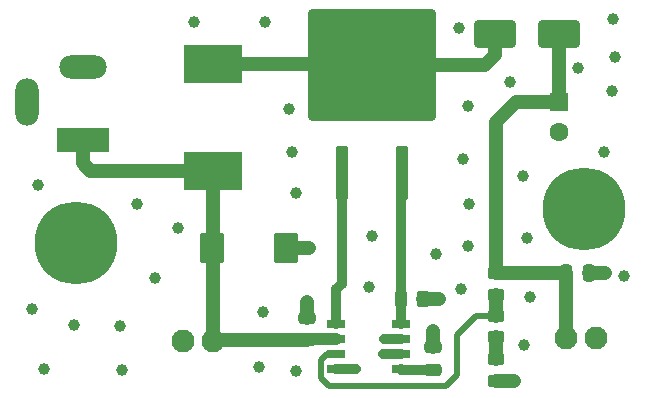
<source format=gtl>
G04 #@! TF.GenerationSoftware,KiCad,Pcbnew,7.0.5-0*
G04 #@! TF.CreationDate,2023-12-12T17:49:23-05:00*
G04 #@! TF.ProjectId,PierogiNixiePSU,50696572-6f67-4694-9e69-786965505355,rev?*
G04 #@! TF.SameCoordinates,Original*
G04 #@! TF.FileFunction,Copper,L1,Top*
G04 #@! TF.FilePolarity,Positive*
%FSLAX46Y46*%
G04 Gerber Fmt 4.6, Leading zero omitted, Abs format (unit mm)*
G04 Created by KiCad (PCBNEW 7.0.5-0) date 2023-12-12 17:49:23*
%MOMM*%
%LPD*%
G01*
G04 APERTURE LIST*
G04 Aperture macros list*
%AMRoundRect*
0 Rectangle with rounded corners*
0 $1 Rounding radius*
0 $2 $3 $4 $5 $6 $7 $8 $9 X,Y pos of 4 corners*
0 Add a 4 corners polygon primitive as box body*
4,1,4,$2,$3,$4,$5,$6,$7,$8,$9,$2,$3,0*
0 Add four circle primitives for the rounded corners*
1,1,$1+$1,$2,$3*
1,1,$1+$1,$4,$5*
1,1,$1+$1,$6,$7*
1,1,$1+$1,$8,$9*
0 Add four rect primitives between the rounded corners*
20,1,$1+$1,$2,$3,$4,$5,0*
20,1,$1+$1,$4,$5,$6,$7,0*
20,1,$1+$1,$6,$7,$8,$9,0*
20,1,$1+$1,$8,$9,$2,$3,0*%
G04 Aperture macros list end*
G04 #@! TA.AperFunction,SMDPad,CuDef*
%ADD10RoundRect,0.250000X0.262500X0.450000X-0.262500X0.450000X-0.262500X-0.450000X0.262500X-0.450000X0*%
G04 #@! TD*
G04 #@! TA.AperFunction,SMDPad,CuDef*
%ADD11RoundRect,0.250000X-0.250000X-0.475000X0.250000X-0.475000X0.250000X0.475000X-0.250000X0.475000X0*%
G04 #@! TD*
G04 #@! TA.AperFunction,ComponentPad*
%ADD12C,1.950000*%
G04 #@! TD*
G04 #@! TA.AperFunction,SMDPad,CuDef*
%ADD13RoundRect,0.250000X0.300000X-2.050000X0.300000X2.050000X-0.300000X2.050000X-0.300000X-2.050000X0*%
G04 #@! TD*
G04 #@! TA.AperFunction,SMDPad,CuDef*
%ADD14RoundRect,0.250002X5.149998X-4.449998X5.149998X4.449998X-5.149998X4.449998X-5.149998X-4.449998X0*%
G04 #@! TD*
G04 #@! TA.AperFunction,ComponentPad*
%ADD15C,0.800000*%
G04 #@! TD*
G04 #@! TA.AperFunction,ComponentPad*
%ADD16C,7.000000*%
G04 #@! TD*
G04 #@! TA.AperFunction,SMDPad,CuDef*
%ADD17RoundRect,0.250000X0.475000X-0.250000X0.475000X0.250000X-0.475000X0.250000X-0.475000X-0.250000X0*%
G04 #@! TD*
G04 #@! TA.AperFunction,SMDPad,CuDef*
%ADD18R,4.950000X3.175000*%
G04 #@! TD*
G04 #@! TA.AperFunction,SMDPad,CuDef*
%ADD19R,1.550000X0.700000*%
G04 #@! TD*
G04 #@! TA.AperFunction,SMDPad,CuDef*
%ADD20RoundRect,0.250000X-0.787500X-1.025000X0.787500X-1.025000X0.787500X1.025000X-0.787500X1.025000X0*%
G04 #@! TD*
G04 #@! TA.AperFunction,ComponentPad*
%ADD21R,1.600000X1.600000*%
G04 #@! TD*
G04 #@! TA.AperFunction,ComponentPad*
%ADD22C,1.600000*%
G04 #@! TD*
G04 #@! TA.AperFunction,SMDPad,CuDef*
%ADD23RoundRect,0.250000X0.450000X-0.262500X0.450000X0.262500X-0.450000X0.262500X-0.450000X-0.262500X0*%
G04 #@! TD*
G04 #@! TA.AperFunction,SMDPad,CuDef*
%ADD24RoundRect,0.250000X1.500000X0.900000X-1.500000X0.900000X-1.500000X-0.900000X1.500000X-0.900000X0*%
G04 #@! TD*
G04 #@! TA.AperFunction,ComponentPad*
%ADD25R,4.500000X2.000000*%
G04 #@! TD*
G04 #@! TA.AperFunction,ComponentPad*
%ADD26O,4.000000X2.000000*%
G04 #@! TD*
G04 #@! TA.AperFunction,ComponentPad*
%ADD27O,2.000000X4.000000*%
G04 #@! TD*
G04 #@! TA.AperFunction,SMDPad,CuDef*
%ADD28RoundRect,0.250000X-0.450000X0.262500X-0.450000X-0.262500X0.450000X-0.262500X0.450000X0.262500X0*%
G04 #@! TD*
G04 #@! TA.AperFunction,ViaPad*
%ADD29C,0.800000*%
G04 #@! TD*
G04 #@! TA.AperFunction,ViaPad*
%ADD30C,1.200000*%
G04 #@! TD*
G04 #@! TA.AperFunction,ViaPad*
%ADD31C,1.000000*%
G04 #@! TD*
G04 #@! TA.AperFunction,Conductor*
%ADD32C,1.200000*%
G04 #@! TD*
G04 #@! TA.AperFunction,Conductor*
%ADD33C,0.812800*%
G04 #@! TD*
G04 #@! TA.AperFunction,Conductor*
%ADD34C,0.508000*%
G04 #@! TD*
G04 #@! TA.AperFunction,Conductor*
%ADD35C,1.000000*%
G04 #@! TD*
G04 APERTURE END LIST*
D10*
X151612500Y-113600000D03*
X149787500Y-113600000D03*
D11*
X163750000Y-111400000D03*
X165650000Y-111400000D03*
D12*
X131260000Y-117100000D03*
X133800000Y-117100000D03*
D13*
X144720000Y-102875000D03*
D14*
X147260000Y-93725000D03*
D13*
X149800000Y-102875000D03*
D15*
X162631155Y-105943845D03*
X163400000Y-104087690D03*
X163400000Y-107800000D03*
X165256155Y-103318845D03*
D16*
X165256155Y-105943845D03*
D15*
X165256155Y-108568845D03*
X167112310Y-104087690D03*
X167112310Y-107800000D03*
X167881155Y-105943845D03*
D17*
X152500000Y-119550000D03*
X152500000Y-117650000D03*
D18*
X133800000Y-102707500D03*
X133800000Y-93692500D03*
D17*
X141800000Y-117050000D03*
X141800000Y-115150000D03*
D19*
X144275000Y-115695000D03*
X144275000Y-116965000D03*
X144275000Y-118235000D03*
X144275000Y-119505000D03*
X149725000Y-119505000D03*
X149725000Y-118235000D03*
X149725000Y-116965000D03*
X149725000Y-115695000D03*
D20*
X133787500Y-109300000D03*
X140012500Y-109300000D03*
D21*
X163100000Y-96900000D03*
D22*
X163100000Y-99400000D03*
D12*
X163730000Y-116900000D03*
X166270000Y-116900000D03*
D23*
X157800000Y-113212500D03*
X157800000Y-111387500D03*
D24*
X163100000Y-91100000D03*
X157700000Y-91100000D03*
D25*
X122800000Y-100100000D03*
D26*
X122800000Y-93900000D03*
D27*
X118100000Y-96900000D03*
D23*
X157800000Y-116812500D03*
X157800000Y-114987500D03*
D28*
X157800000Y-118687500D03*
X157800000Y-120512500D03*
D15*
X119575000Y-108800000D03*
X120343845Y-106943845D03*
X120343845Y-110656155D03*
X122200000Y-106175000D03*
D16*
X122200000Y-108800000D03*
D15*
X122200000Y-111425000D03*
X124056155Y-106943845D03*
X124056155Y-110656155D03*
X124825000Y-108800000D03*
D29*
X148300000Y-117000000D03*
D30*
X141800000Y-113800000D03*
D31*
X126000000Y-115900000D03*
D29*
X145900000Y-119500000D03*
D31*
X138200000Y-90100000D03*
X154800000Y-112700000D03*
D29*
X148200000Y-118200000D03*
D31*
X160700000Y-113400000D03*
X137700000Y-119300000D03*
X152700000Y-109800000D03*
X167600000Y-96000000D03*
X155500000Y-105500000D03*
X168600000Y-111600000D03*
X147000000Y-112600000D03*
X166900000Y-101100000D03*
X128900000Y-111800000D03*
D30*
X153000000Y-113600000D03*
D31*
X164700000Y-94000000D03*
X140300000Y-97500000D03*
D30*
X142000000Y-109300000D03*
D31*
X155400000Y-109100000D03*
X119500000Y-119500000D03*
X127400000Y-105500000D03*
X155000000Y-101700000D03*
D30*
X167000000Y-111400000D03*
D31*
X160400000Y-108400000D03*
X147300000Y-108200000D03*
X119000000Y-103900000D03*
X140900000Y-119700000D03*
D30*
X159300000Y-120500000D03*
D31*
X132200000Y-90100000D03*
X138100000Y-114700000D03*
X160100000Y-103200000D03*
X122100000Y-115800000D03*
X140900000Y-104600000D03*
X118500000Y-114400000D03*
X140500000Y-101100000D03*
X130900000Y-107600000D03*
D30*
X152500000Y-116300000D03*
D31*
X160200000Y-117500000D03*
X159000000Y-95200000D03*
X155400000Y-97200000D03*
X154700000Y-90600000D03*
X167900000Y-93100000D03*
X167700000Y-89900000D03*
X126100000Y-119600000D03*
D32*
X152500000Y-117650000D02*
X152500000Y-116300000D01*
X157800000Y-120512500D02*
X159287500Y-120512500D01*
X159287500Y-120512500D02*
X159300000Y-120500000D01*
X165650000Y-111400000D02*
X167000000Y-111400000D01*
X141800000Y-115150000D02*
X141800000Y-113800000D01*
X140000000Y-109300000D02*
X142000000Y-109300000D01*
D33*
X148235000Y-118235000D02*
X148200000Y-118200000D01*
X149725000Y-116965000D02*
X148335000Y-116965000D01*
X144275000Y-119505000D02*
X145895000Y-119505000D01*
D32*
X151612500Y-113600000D02*
X153000000Y-113600000D01*
D33*
X149725000Y-118235000D02*
X148235000Y-118235000D01*
X148335000Y-116965000D02*
X148300000Y-117000000D01*
X145895000Y-119505000D02*
X145900000Y-119500000D01*
X152500000Y-119550000D02*
X149770000Y-119550000D01*
X149770000Y-119550000D02*
X149725000Y-119505000D01*
X144275000Y-112725000D02*
X144720000Y-112280000D01*
X144275000Y-115695000D02*
X144275000Y-112725000D01*
X144720000Y-112280000D02*
X144720000Y-102875000D01*
X149725000Y-115695000D02*
X149725000Y-113662500D01*
X149787500Y-113600000D02*
X149787500Y-102887500D01*
D34*
X156112500Y-114987500D02*
X157800000Y-114987500D01*
X143630600Y-120900000D02*
X153600000Y-120900000D01*
X143000000Y-118740600D02*
X143000000Y-120269400D01*
X144275000Y-118235000D02*
X143505600Y-118235000D01*
X143000000Y-120269400D02*
X143630600Y-120900000D01*
X153600000Y-120900000D02*
X154500000Y-120000000D01*
D32*
X157800000Y-113212500D02*
X157800000Y-114987500D01*
D34*
X143505600Y-118235000D02*
X143000000Y-118740600D01*
X154500000Y-120000000D02*
X154500000Y-116600000D01*
X154500000Y-116600000D02*
X156112500Y-114987500D01*
D35*
X144275000Y-116965000D02*
X141885000Y-116965000D01*
D32*
X133800000Y-109300000D02*
X133800000Y-102707500D01*
X133800000Y-109300000D02*
X133800000Y-117100000D01*
X133800000Y-102707500D02*
X123407500Y-102707500D01*
X122800000Y-102100000D02*
X122800000Y-100100000D01*
X123407500Y-102707500D02*
X122800000Y-102100000D01*
X141800000Y-117050000D02*
X133850000Y-117050000D01*
D33*
X141885000Y-116965000D02*
X141800000Y-117050000D01*
D32*
X157800000Y-98600000D02*
X159500000Y-96900000D01*
X163100000Y-96900000D02*
X163100000Y-91100000D01*
X163737500Y-111387500D02*
X163750000Y-111400000D01*
X157800000Y-111387500D02*
X163737500Y-111387500D01*
X157800000Y-111387500D02*
X157800000Y-98600000D01*
X163100000Y-96900000D02*
X159500000Y-96900000D01*
X163750000Y-116880000D02*
X163730000Y-116900000D01*
X163750000Y-111400000D02*
X163750000Y-116880000D01*
X157700000Y-92900000D02*
X157700000Y-91100000D01*
X147260000Y-93725000D02*
X156875000Y-93725000D01*
X156875000Y-93725000D02*
X157700000Y-92900000D01*
X133800000Y-93692500D02*
X147227500Y-93692500D01*
X157800000Y-116812500D02*
X157800000Y-118687500D01*
M02*

</source>
